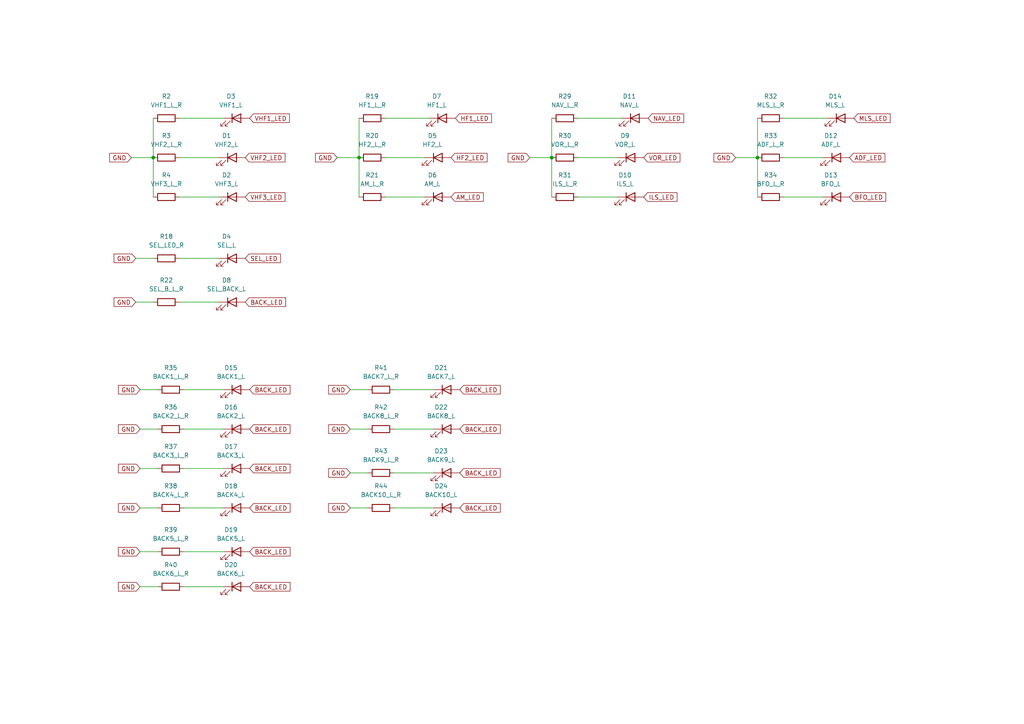
<source format=kicad_sch>
(kicad_sch (version 20231120) (generator "eeschema") (generator_version "8.0")
  (paper "A4")
  (lib_symbols
    (symbol "Device:LED" (pin_numbers hide) (pin_names (offset 1.016) hide)
      (property "Reference" "D" (at 0 2.54 0))
      (property "Value" "LED" (at 0 -2.54 0))
      (symbol "LED_0_1"
        (polyline (pts (xy -1.27 -1.27) (xy -1.27 1.27)) (stroke (width 0.254)))
        (polyline (pts (xy -1.27 0) (xy 1.27 0)))
        (polyline (pts (xy 1.27 -1.27) (xy 1.27 1.27) (xy -1.27 0) (xy 1.27 -1.27)) (stroke (width 0.254)))
        (polyline (pts (xy -3.048 -0.762) (xy -4.572 -2.286) (xy -3.81 -2.286) (xy -4.572 -2.286) (xy -4.572 -1.524)))
        (polyline (pts (xy -1.778 -0.762) (xy -3.302 -2.286) (xy -2.54 -2.286) (xy -3.302 -2.286) (xy -3.302 -1.524)))
      )
      (symbol "LED_1_1"
        (pin passive line (at -3.81 0 0) (length 2.54) (name "K") (number "1"))
        (pin passive line (at 3.81 0 180) (length 2.54) (name "A") (number "2"))
      )
    )
    (symbol "Device:R" (pin_numbers hide) (pin_names (offset 0))
      (property "Reference" "R" (at 2.032 0 90))
      (property "Value" "R" (at 0 0 90))
      (symbol "R_0_1"
        (rectangle (start -1.016 -2.54) (end 1.016 2.54) (stroke (width 0.254)))
      )
      (symbol "R_1_1"
        (pin passive line (at 0 3.81 270) (length 1.27) (name "~") (number "1"))
        (pin passive line (at 0 -3.81 90) (length 1.27) (name "~") (number "2"))
      )
    )
  )
  (junction (at 104.14 45.72))
  (junction (at 44.45 45.72))
  (junction (at 219.71 45.72))
  (junction (at 160.02 45.72))
  (wire (pts (xy 213.36 45.72) (xy 219.71 45.72)))
  (wire (pts (xy 153.67 45.72) (xy 160.02 45.72)))
  (wire (pts (xy 101.6 113.03) (xy 106.68 113.03)))
  (wire (pts (xy 167.64 45.72) (xy 179.07 45.72)))
  (wire (pts (xy 160.02 45.72) (xy 160.02 57.15)))
  (wire (pts (xy 111.76 45.72) (xy 123.19 45.72)))
  (wire (pts (xy 52.07 45.72) (xy 63.5 45.72)))
  (wire (pts (xy 104.14 34.29) (xy 104.14 45.72)))
  (wire (pts (xy 44.45 34.29) (xy 44.45 45.72)))
  (wire (pts (xy 53.34 135.89) (xy 64.77 135.89)))
  (wire (pts (xy 52.07 87.63) (xy 63.5 87.63)))
  (wire (pts (xy 40.64 135.89) (xy 45.72 135.89)))
  (wire (pts (xy 111.76 57.15) (xy 123.19 57.15)))
  (wire (pts (xy 53.34 124.46) (xy 64.77 124.46)))
  (wire (pts (xy 40.64 124.46) (xy 45.72 124.46)))
  (wire (pts (xy 38.1 45.72) (xy 44.45 45.72)))
  (wire (pts (xy 227.33 57.15) (xy 238.76 57.15)))
  (wire (pts (xy 114.3 113.03) (xy 125.73 113.03)))
  (wire (pts (xy 219.71 45.72) (xy 219.71 57.15)))
  (wire (pts (xy 227.33 34.29) (xy 240.03 34.29)))
  (wire (pts (xy 52.07 57.15) (xy 63.5 57.15)))
  (wire (pts (xy 227.33 45.72) (xy 238.76 45.72)))
  (wire (pts (xy 167.64 34.29) (xy 180.34 34.29)))
  (wire (pts (xy 40.64 113.03) (xy 45.72 113.03)))
  (wire (pts (xy 101.6 147.32) (xy 106.68 147.32)))
  (wire (pts (xy 53.34 113.03) (xy 64.77 113.03)))
  (wire (pts (xy 101.6 124.46) (xy 106.68 124.46)))
  (wire (pts (xy 114.3 124.46) (xy 125.73 124.46)))
  (wire (pts (xy 53.34 170.18) (xy 64.77 170.18)))
  (wire (pts (xy 219.71 34.29) (xy 219.71 45.72)))
  (wire (pts (xy 40.64 170.18) (xy 45.72 170.18)))
  (wire (pts (xy 53.34 147.32) (xy 64.77 147.32)))
  (wire (pts (xy 40.64 160.02) (xy 45.72 160.02)))
  (wire (pts (xy 111.76 34.29) (xy 124.46 34.29)))
  (wire (pts (xy 101.6 137.16) (xy 106.68 137.16)))
  (wire (pts (xy 104.14 45.72) (xy 104.14 57.15)))
  (wire (pts (xy 97.79 45.72) (xy 104.14 45.72)))
  (wire (pts (xy 114.3 147.32) (xy 125.73 147.32)))
  (wire (pts (xy 40.64 147.32) (xy 45.72 147.32)))
  (wire (pts (xy 39.37 87.63) (xy 44.45 87.63)))
  (wire (pts (xy 52.07 34.29) (xy 64.77 34.29)))
  (wire (pts (xy 44.45 45.72) (xy 44.45 57.15)))
  (wire (pts (xy 52.07 74.93) (xy 63.5 74.93)))
  (wire (pts (xy 167.64 57.15) (xy 179.07 57.15)))
  (wire (pts (xy 114.3 137.16) (xy 125.73 137.16)))
  (wire (pts (xy 53.34 160.02) (xy 64.77 160.02)))
  (wire (pts (xy 160.02 34.29) (xy 160.02 45.72)))
  (wire (pts (xy 39.37 74.93) (xy 44.45 74.93)))
  (global_label "GND" (shape input) (at 40.64 135.89 180) (property "Intersheetrefs" "${INTERSHEET_REFS}" (effects (hide yes))))
  (global_label "BFO_LED" (shape input) (at 246.38 57.15 0) (property "Intersheetrefs" "${INTERSHEET_REFS}" (effects (hide yes))))
  (global_label "GND" (shape input) (at 97.79 45.72 180) (property "Intersheetrefs" "${INTERSHEET_REFS}" (effects (hide yes))))
  (global_label "GND" (shape input) (at 40.64 147.32 180) (property "Intersheetrefs" "${INTERSHEET_REFS}" (effects (hide yes))))
  (global_label "BACK_LED" (shape input) (at 133.35 113.03 0) (property "Intersheetrefs" "${INTERSHEET_REFS}" (effects (hide yes))))
  (global_label "VOR_LED" (shape input) (at 186.69 45.72 0) (property "Intersheetrefs" "${INTERSHEET_REFS}" (effects (hide yes))))
  (global_label "BACK_LED" (shape input) (at 133.35 124.46 0) (property "Intersheetrefs" "${INTERSHEET_REFS}" (effects (hide yes))))
  (global_label "GND" (shape input) (at 213.36 45.72 180) (property "Intersheetrefs" "${INTERSHEET_REFS}" (effects (hide yes))))
  (global_label "BACK_LED" (shape input) (at 72.39 135.89 0) (property "Intersheetrefs" "${INTERSHEET_REFS}" (effects (hide yes))))
  (global_label "ILS_LED" (shape input) (at 186.69 57.15 0) (property "Intersheetrefs" "${INTERSHEET_REFS}" (effects (hide yes))))
  (global_label "ADF_LED" (shape input) (at 246.38 45.72 0) (property "Intersheetrefs" "${INTERSHEET_REFS}" (effects (hide yes))))
  (global_label "GND" (shape input) (at 38.1 45.72 180) (property "Intersheetrefs" "${INTERSHEET_REFS}" (effects (hide yes))))
  (global_label "SEL_LED" (shape input) (at 71.12 74.93 0) (property "Intersheetrefs" "${INTERSHEET_REFS}" (effects (hide yes))))
  (global_label "NAV_LED" (shape input) (at 187.96 34.29 0) (property "Intersheetrefs" "${INTERSHEET_REFS}" (effects (hide yes))))
  (global_label "AM_LED" (shape input) (at 130.81 57.15 0) (property "Intersheetrefs" "${INTERSHEET_REFS}" (effects (hide yes))))
  (global_label "HF2_LED" (shape input) (at 130.81 45.72 0) (property "Intersheetrefs" "${INTERSHEET_REFS}" (effects (hide yes))))
  (global_label "GND" (shape input) (at 39.37 74.93 180) (property "Intersheetrefs" "${INTERSHEET_REFS}" (effects (hide yes))))
  (global_label "GND" (shape input) (at 40.64 170.18 180) (property "Intersheetrefs" "${INTERSHEET_REFS}" (effects (hide yes))))
  (global_label "BACK_LED" (shape input) (at 72.39 160.02 0) (property "Intersheetrefs" "${INTERSHEET_REFS}" (effects (hide yes))))
  (global_label "HF1_LED" (shape input) (at 132.08 34.29 0) (property "Intersheetrefs" "${INTERSHEET_REFS}" (effects (hide yes))))
  (global_label "GND" (shape input) (at 101.6 147.32 180) (property "Intersheetrefs" "${INTERSHEET_REFS}" (effects (hide yes))))
  (global_label "GND" (shape input) (at 40.64 124.46 180) (property "Intersheetrefs" "${INTERSHEET_REFS}" (effects (hide yes))))
  (global_label "BACK_LED" (shape input) (at 133.35 137.16 0) (property "Intersheetrefs" "${INTERSHEET_REFS}" (effects (hide yes))))
  (global_label "MLS_LED" (shape input) (at 247.65 34.29 0) (property "Intersheetrefs" "${INTERSHEET_REFS}" (effects (hide yes))))
  (global_label "GND" (shape input) (at 40.64 160.02 180) (property "Intersheetrefs" "${INTERSHEET_REFS}" (effects (hide yes))))
  (global_label "VHF3_LED" (shape input) (at 71.12 57.15 0) (property "Intersheetrefs" "${INTERSHEET_REFS}" (effects (hide yes))))
  (global_label "GND" (shape input) (at 101.6 137.16 180) (property "Intersheetrefs" "${INTERSHEET_REFS}" (effects (hide yes))))
  (global_label "GND" (shape input) (at 40.64 113.03 180) (property "Intersheetrefs" "${INTERSHEET_REFS}" (effects (hide yes))))
  (global_label "BACK_LED" (shape input) (at 72.39 170.18 0) (property "Intersheetrefs" "${INTERSHEET_REFS}" (effects (hide yes))))
  (global_label "BACK_LED" (shape input) (at 71.12 87.63 0) (property "Intersheetrefs" "${INTERSHEET_REFS}" (effects (hide yes))))
  (global_label "GND" (shape input) (at 39.37 87.63 180) (property "Intersheetrefs" "${INTERSHEET_REFS}" (effects (hide yes))))
  (global_label "BACK_LED" (shape input) (at 72.39 113.03 0) (property "Intersheetrefs" "${INTERSHEET_REFS}" (effects (hide yes))))
  (global_label "GND" (shape input) (at 101.6 124.46 180) (property "Intersheetrefs" "${INTERSHEET_REFS}" (effects (hide yes))))
  (global_label "BACK_LED" (shape input) (at 133.35 147.32 0) (property "Intersheetrefs" "${INTERSHEET_REFS}" (effects (hide yes))))
  (global_label "GND" (shape input) (at 153.67 45.72 180) (property "Intersheetrefs" "${INTERSHEET_REFS}" (effects (hide yes))))
  (global_label "VHF2_LED" (shape input) (at 71.12 45.72 0) (property "Intersheetrefs" "${INTERSHEET_REFS}" (effects (hide yes))))
  (global_label "BACK_LED" (shape input) (at 72.39 124.46 0) (property "Intersheetrefs" "${INTERSHEET_REFS}" (effects (hide yes))))
  (global_label "VHF1_LED" (shape input) (at 72.39 34.29 0) (property "Intersheetrefs" "${INTERSHEET_REFS}" (effects (hide yes))))
  (global_label "BACK_LED" (shape input) (at 72.39 147.32 0) (property "Intersheetrefs" "${INTERSHEET_REFS}" (effects (hide yes))))
  (global_label "GND" (shape input) (at 101.6 113.03 180) (property "Intersheetrefs" "${INTERSHEET_REFS}" (effects (hide yes))))
  (symbol (lib_id "Device:R") (at 223.52 45.72 90) (unit 1)
    (property "Reference" "R33" (at 223.52 39.37 90))
    (property "Value" "ADF_L_R" (at 223.52 41.91 90))
    (property "Footprint" "Resistor_SMD:R_1206_3216Metric_Pad1.30x1.75mm_HandSolder" (effects (hide yes)))
    (property "Description" "Resistor" (effects (hide yes)))
  )
  (symbol (lib_id "Device:R") (at 49.53 160.02 90) (unit 1)
    (property "Reference" "R39" (at 49.53 153.67 90))
    (property "Value" "BACK5_L_R" (at 49.53 156.21 90))
    (property "Footprint" "Resistor_SMD:R_1206_3216Metric_Pad1.30x1.75mm_HandSolder" (effects (hide yes)))
    (property "Description" "Resistor" (effects (hide yes)))
  )
  (symbol (lib_id "Device:LED") (at 68.58 160.02 0) (unit 1)
    (property "Reference" "D19" (at 66.9925 153.67 0))
    (property "Value" "BACK5_L" (at 66.9925 156.21 0))
    (property "Footprint" "LED_SMD:LED_1206_3216Metric_Pad1.42x1.75mm_HandSolder" (effects (hide yes)))
    (property "Description" "Light emitting diode" (effects (hide yes)))
  )
  (symbol (lib_id "Device:LED") (at 129.54 113.03 0) (unit 1)
    (property "Reference" "D21" (at 127.9525 106.68 0))
    (property "Value" "BACK7_L" (at 127.9525 109.22 0))
    (property "Footprint" "LED_SMD:LED_1206_3216Metric_Pad1.42x1.75mm_HandSolder" (effects (hide yes)))
    (property "Description" "Light emitting diode" (effects (hide yes)))
  )
  (symbol (lib_id "Device:R") (at 223.52 57.15 90) (unit 1)
    (property "Reference" "R34" (at 223.52 50.8 90))
    (property "Value" "BFO_L_R" (at 223.52 53.34 90))
    (property "Footprint" "Resistor_SMD:R_1206_3216Metric_Pad1.30x1.75mm_HandSolder" (effects (hide yes)))
    (property "Description" "Resistor" (effects (hide yes)))
  )
  (symbol (lib_id "Device:LED") (at 127 45.72 0) (unit 1)
    (property "Reference" "D5" (at 125.4125 39.37 0))
    (property "Value" "HF2_L" (at 125.4125 41.91 0))
    (property "Footprint" "LED_THT:LED_D3.0mm" (effects (hide yes)))
    (property "Description" "Light emitting diode" (effects (hide yes)))
  )
  (symbol (lib_id "Device:R") (at 110.49 147.32 90) (unit 1)
    (property "Reference" "R44" (at 110.49 140.97 90))
    (property "Value" "BACK10_L_R" (at 110.49 143.51 90))
    (property "Footprint" "Resistor_SMD:R_1206_3216Metric_Pad1.30x1.75mm_HandSolder" (effects (hide yes)))
    (property "Description" "Resistor" (effects (hide yes)))
  )
  (symbol (lib_id "Device:LED") (at 67.31 87.63 0) (unit 1)
    (property "Reference" "D8" (at 65.7225 81.28 0))
    (property "Value" "SEL_BACK_L" (at 65.7225 83.82 0))
    (property "Footprint" "LED_SMD:LED_1206_3216Metric_Pad1.42x1.75mm_HandSolder" (effects (hide yes)))
    (property "Description" "Light emitting diode" (effects (hide yes)))
  )
  (symbol (lib_id "Device:R") (at 223.52 34.29 90) (unit 1)
    (property "Reference" "R32" (at 223.52 27.94 90))
    (property "Value" "MLS_L_R" (at 223.52 30.48 90))
    (property "Footprint" "Resistor_SMD:R_1206_3216Metric_Pad1.30x1.75mm_HandSolder" (effects (hide yes)))
    (property "Description" "Resistor" (effects (hide yes)))
  )
  (symbol (lib_id "Device:R") (at 49.53 135.89 90) (unit 1)
    (property "Reference" "R37" (at 49.53 129.54 90))
    (property "Value" "BACK3_L_R" (at 49.53 132.08 90))
    (property "Footprint" "Resistor_SMD:R_1206_3216Metric_Pad1.30x1.75mm_HandSolder" (effects (hide yes)))
    (property "Description" "Resistor" (effects (hide yes)))
  )
  (symbol (lib_id "Device:LED") (at 68.58 147.32 0) (unit 1)
    (property "Reference" "D18" (at 66.9925 140.97 0))
    (property "Value" "BACK4_L" (at 66.9925 143.51 0))
    (property "Footprint" "LED_SMD:LED_1206_3216Metric_Pad1.42x1.75mm_HandSolder" (effects (hide yes)))
    (property "Description" "Light emitting diode" (effects (hide yes)))
  )
  (symbol (lib_id "Device:R") (at 107.95 57.15 90) (unit 1)
    (property "Reference" "R21" (at 107.95 50.8 90))
    (property "Value" "AM_L_R" (at 107.95 53.34 90))
    (property "Footprint" "Resistor_SMD:R_1206_3216Metric_Pad1.30x1.75mm_HandSolder" (effects (hide yes)))
    (property "Description" "Resistor" (effects (hide yes)))
  )
  (symbol (lib_id "Device:LED") (at 129.54 147.32 0) (unit 1)
    (property "Reference" "D24" (at 127.9525 140.97 0))
    (property "Value" "BACK10_L" (at 127.9525 143.51 0))
    (property "Footprint" "LED_SMD:LED_1206_3216Metric_Pad1.42x1.75mm_HandSolder" (effects (hide yes)))
    (property "Description" "Light emitting diode" (effects (hide yes)))
  )
  (symbol (lib_id "Device:R") (at 110.49 113.03 90) (unit 1)
    (property "Reference" "R41" (at 110.49 106.68 90))
    (property "Value" "BACK7_L_R" (at 110.49 109.22 90))
    (property "Footprint" "Resistor_SMD:R_1206_3216Metric_Pad1.30x1.75mm_HandSolder" (effects (hide yes)))
    (property "Description" "Resistor" (effects (hide yes)))
  )
  (symbol (lib_id "Device:R") (at 49.53 147.32 90) (unit 1)
    (property "Reference" "R38" (at 49.53 140.97 90))
    (property "Value" "BACK4_L_R" (at 49.53 143.51 90))
    (property "Footprint" "Resistor_SMD:R_1206_3216Metric_Pad1.30x1.75mm_HandSolder" (effects (hide yes)))
    (property "Description" "Resistor" (effects (hide yes)))
  )
  (symbol (lib_id "Device:R") (at 107.95 34.29 90) (unit 1)
    (property "Reference" "R19" (at 107.95 27.94 90))
    (property "Value" "HF1_L_R" (at 107.95 30.48 90))
    (property "Footprint" "Resistor_SMD:R_1206_3216Metric_Pad1.30x1.75mm_HandSolder" (effects (hide yes)))
    (property "Description" "Resistor" (effects (hide yes)))
  )
  (symbol (lib_id "Device:LED") (at 67.31 57.15 0) (unit 1)
    (property "Reference" "D2" (at 65.7225 50.8 0))
    (property "Value" "VHF3_L" (at 65.7225 53.34 0))
    (property "Footprint" "LED_THT:LED_D3.0mm" (effects (hide yes)))
    (property "Description" "Light emitting diode" (effects (hide yes)))
  )
  (symbol (lib_id "Device:LED") (at 68.58 113.03 0) (unit 1)
    (property "Reference" "D15" (at 66.9925 106.68 0))
    (property "Value" "BACK1_L" (at 66.9925 109.22 0))
    (property "Footprint" "LED_SMD:LED_1206_3216Metric_Pad1.42x1.75mm_HandSolder" (effects (hide yes)))
    (property "Description" "Light emitting diode" (effects (hide yes)))
  )
  (symbol (lib_id "Device:LED") (at 242.57 57.15 0) (unit 1)
    (property "Reference" "D13" (at 240.9825 50.8 0))
    (property "Value" "BFO_L" (at 240.9825 53.34 0))
    (property "Footprint" "LED_THT:LED_D3.0mm" (effects (hide yes)))
    (property "Description" "Light emitting diode" (effects (hide yes)))
  )
  (symbol (lib_id "Device:R") (at 49.53 124.46 90) (unit 1)
    (property "Reference" "R36" (at 49.53 118.11 90))
    (property "Value" "BACK2_L_R" (at 49.53 120.65 90))
    (property "Footprint" "Resistor_SMD:R_1206_3216Metric_Pad1.30x1.75mm_HandSolder" (effects (hide yes)))
    (property "Description" "Resistor" (effects (hide yes)))
  )
  (symbol (lib_id "Device:R") (at 163.83 45.72 90) (unit 1)
    (property "Reference" "R30" (at 163.83 39.37 90))
    (property "Value" "VOR_L_R" (at 163.83 41.91 90))
    (property "Footprint" "Resistor_SMD:R_1206_3216Metric_Pad1.30x1.75mm_HandSolder" (effects (hide yes)))
    (property "Description" "Resistor" (effects (hide yes)))
  )
  (symbol (lib_id "Device:R") (at 163.83 34.29 90) (unit 1)
    (property "Reference" "R29" (at 163.83 27.94 90))
    (property "Value" "NAV_L_R" (at 163.83 30.48 90))
    (property "Footprint" "Resistor_SMD:R_1206_3216Metric_Pad1.30x1.75mm_HandSolder" (effects (hide yes)))
    (property "Description" "Resistor" (effects (hide yes)))
  )
  (symbol (lib_id "Device:LED") (at 68.58 135.89 0) (unit 1)
    (property "Reference" "D17" (at 66.9925 129.54 0))
    (property "Value" "BACK3_L" (at 66.9925 132.08 0))
    (property "Footprint" "LED_SMD:LED_1206_3216Metric_Pad1.42x1.75mm_HandSolder" (effects (hide yes)))
    (property "Description" "Light emitting diode" (effects (hide yes)))
  )
  (symbol (lib_id "Device:LED") (at 182.88 57.15 0) (unit 1)
    (property "Reference" "D10" (at 181.2925 50.8 0))
    (property "Value" "ILS_L" (at 181.2925 53.34 0))
    (property "Footprint" "LED_THT:LED_D3.0mm" (effects (hide yes)))
    (property "Description" "Light emitting diode" (effects (hide yes)))
  )
  (symbol (lib_id "Device:R") (at 163.83 57.15 90) (unit 1)
    (property "Reference" "R31" (at 163.83 50.8 90))
    (property "Value" "ILS_L_R" (at 163.83 53.34 90))
    (property "Footprint" "Resistor_SMD:R_1206_3216Metric_Pad1.30x1.75mm_HandSolder" (effects (hide yes)))
    (property "Description" "Resistor" (effects (hide yes)))
  )
  (symbol (lib_id "Device:R") (at 48.26 74.93 90) (unit 1)
    (property "Reference" "R18" (at 48.26 68.58 90))
    (property "Value" "SEL_LED_R" (at 48.26 71.12 90))
    (property "Footprint" "Resistor_SMD:R_1206_3216Metric_Pad1.30x1.75mm_HandSolder" (effects (hide yes)))
    (property "Description" "Resistor" (effects (hide yes)))
  )
  (symbol (lib_id "Device:LED") (at 68.58 170.18 0) (unit 1)
    (property "Reference" "D20" (at 66.9925 163.83 0))
    (property "Value" "BACK6_L" (at 66.9925 166.37 0))
    (property "Footprint" "LED_SMD:LED_1206_3216Metric_Pad1.42x1.75mm_HandSolder" (effects (hide yes)))
    (property "Description" "Light emitting diode" (effects (hide yes)))
  )
  (symbol (lib_id "Device:LED") (at 128.27 34.29 0) (unit 1)
    (property "Reference" "D7" (at 126.6825 27.94 0))
    (property "Value" "HF1_L" (at 126.6825 30.48 0))
    (property "Footprint" "LED_THT:LED_D3.0mm" (effects (hide yes)))
    (property "Description" "Light emitting diode" (effects (hide yes)))
  )
  (symbol (lib_id "Device:LED") (at 67.31 74.93 0) (unit 1)
    (property "Reference" "D4" (at 65.7225 68.58 0))
    (property "Value" "SEL_L" (at 65.7225 71.12 0))
    (property "Footprint" "LED_SMD:LED_1206_3216Metric_Pad1.42x1.75mm_HandSolder" (effects (hide yes)))
    (property "Description" "Light emitting diode" (effects (hide yes)))
  )
  (symbol (lib_id "Device:LED") (at 243.84 34.29 0) (unit 1)
    (property "Reference" "D14" (at 242.2525 27.94 0))
    (property "Value" "MLS_L" (at 242.2525 30.48 0))
    (property "Footprint" "LED_THT:LED_D3.0mm" (effects (hide yes)))
    (property "Description" "Light emitting diode" (effects (hide yes)))
  )
  (symbol (lib_id "Device:LED") (at 127 57.15 0) (unit 1)
    (property "Reference" "D6" (at 125.4125 50.8 0))
    (property "Value" "AM_L" (at 125.4125 53.34 0))
    (property "Footprint" "LED_THT:LED_D3.0mm" (effects (hide yes)))
    (property "Description" "Light emitting diode" (effects (hide yes)))
  )
  (symbol (lib_id "Device:R") (at 48.26 45.72 90) (unit 1)
    (property "Reference" "R3" (at 48.26 39.37 90))
    (property "Value" "VHF2_L_R" (at 48.26 41.91 90))
    (property "Footprint" "Resistor_SMD:R_1206_3216Metric_Pad1.30x1.75mm_HandSolder" (effects (hide yes)))
    (property "Description" "Resistor" (effects (hide yes)))
  )
  (symbol (lib_id "Device:LED") (at 67.31 45.72 0) (unit 1)
    (property "Reference" "D1" (at 65.7225 39.37 0))
    (property "Value" "VHF2_L" (at 65.7225 41.91 0))
    (property "Footprint" "LED_THT:LED_D3.0mm" (effects (hide yes)))
    (property "Description" "Light emitting diode" (effects (hide yes)))
  )
  (symbol (lib_id "Device:R") (at 49.53 170.18 90) (unit 1)
    (property "Reference" "R40" (at 49.53 163.83 90))
    (property "Value" "BACK6_L_R" (at 49.53 166.37 90))
    (property "Footprint" "Resistor_SMD:R_1206_3216Metric_Pad1.30x1.75mm_HandSolder" (effects (hide yes)))
    (property "Description" "Resistor" (effects (hide yes)))
  )
  (symbol (lib_id "Device:LED") (at 184.15 34.29 0) (unit 1)
    (property "Reference" "D11" (at 182.5625 27.94 0))
    (property "Value" "NAV_L" (at 182.5625 30.48 0))
    (property "Footprint" "LED_THT:LED_D3.0mm" (effects (hide yes)))
    (property "Description" "Light emitting diode" (effects (hide yes)))
  )
  (symbol (lib_id "Device:R") (at 110.49 137.16 90) (unit 1)
    (property "Reference" "R43" (at 110.49 130.81 90))
    (property "Value" "BACK9_L_R" (at 110.49 133.35 90))
    (property "Footprint" "Resistor_SMD:R_1206_3216Metric_Pad1.30x1.75mm_HandSolder" (effects (hide yes)))
    (property "Description" "Resistor" (effects (hide yes)))
  )
  (symbol (lib_id "Device:R") (at 49.53 113.03 90) (unit 1)
    (property "Reference" "R35" (at 49.53 106.68 90))
    (property "Value" "BACK1_L_R" (at 49.53 109.22 90))
    (property "Footprint" "Resistor_SMD:R_1206_3216Metric_Pad1.30x1.75mm_HandSolder" (effects (hide yes)))
    (property "Description" "Resistor" (effects (hide yes)))
  )
  (symbol (lib_id "Device:LED") (at 242.57 45.72 0) (unit 1)
    (property "Reference" "D12" (at 240.9825 39.37 0))
    (property "Value" "ADF_L" (at 240.9825 41.91 0))
    (property "Footprint" "LED_THT:LED_D3.0mm" (effects (hide yes)))
    (property "Description" "Light emitting diode" (effects (hide yes)))
  )
  (symbol (lib_id "Device:LED") (at 68.58 34.29 0) (unit 1)
    (property "Reference" "D3" (at 66.9925 27.94 0))
    (property "Value" "VHF1_L" (at 66.9925 30.48 0))
    (property "Footprint" "LED_THT:LED_D3.0mm" (effects (hide yes)))
    (property "Description" "Light emitting diode" (effects (hide yes)))
  )
  (symbol (lib_id "Device:LED") (at 68.58 124.46 0) (unit 1)
    (property "Reference" "D16" (at 66.9925 118.11 0))
    (property "Value" "BACK2_L" (at 66.9925 120.65 0))
    (property "Footprint" "LED_SMD:LED_1206_3216Metric_Pad1.42x1.75mm_HandSolder" (effects (hide yes)))
    (property "Description" "Light emitting diode" (effects (hide yes)))
  )
  (symbol (lib_id "Device:R") (at 110.49 124.46 90) (unit 1)
    (property "Reference" "R42" (at 110.49 118.11 90))
    (property "Value" "BACK8_L_R" (at 110.49 120.65 90))
    (property "Footprint" "Resistor_SMD:R_1206_3216Metric_Pad1.30x1.75mm_HandSolder" (effects (hide yes)))
    (property "Description" "Resistor" (effects (hide yes)))
  )
  (symbol (lib_id "Device:R") (at 48.26 57.15 90) (unit 1)
    (property "Reference" "R4" (at 48.26 50.8 90))
    (property "Value" "VHF3_L_R" (at 48.26 53.34 90))
    (property "Footprint" "Resistor_SMD:R_1206_3216Metric_Pad1.30x1.75mm_HandSolder" (effects (hide yes)))
    (property "Description" "Resistor" (effects (hide yes)))
  )
  (symbol (lib_id "Device:R") (at 48.26 34.29 90) (unit 1)
    (property "Reference" "R2" (at 48.26 27.94 90))
    (property "Value" "VHF1_L_R" (at 48.26 30.48 90))
    (property "Footprint" "Resistor_SMD:R_1206_3216Metric_Pad1.30x1.75mm_HandSolder" (effects (hide yes)))
    (property "Description" "Resistor" (effects (hide yes)))
  )
  (symbol (lib_id "Device:R") (at 48.26 87.63 90) (unit 1)
    (property "Reference" "R22" (at 48.26 81.28 90))
    (property "Value" "SEL_B_L_R" (at 48.26 83.82 90))
    (property "Footprint" "Resistor_SMD:R_1206_3216Metric_Pad1.30x1.75mm_HandSolder" (effects (hide yes)))
    (property "Description" "Resistor" (effects (hide yes)))
  )
  (symbol (lib_id "Device:LED") (at 129.54 124.46 0) (unit 1)
    (property "Reference" "D22" (at 127.9525 118.11 0))
    (property "Value" "BACK8_L" (at 127.9525 120.65 0))
    (property "Footprint" "LED_SMD:LED_1206_3216Metric_Pad1.42x1.75mm_HandSolder" (effects (hide yes)))
    (property "Description" "Light emitting diode" (effects (hide yes)))
  )
  (symbol (lib_id "Device:R") (at 107.95 45.72 90) (unit 1)
    (property "Reference" "R20" (at 107.95 39.37 90))
    (property "Value" "HF2_L_R" (at 107.95 41.91 90))
    (property "Footprint" "Resistor_SMD:R_1206_3216Metric_Pad1.30x1.75mm_HandSolder" (effects (hide yes)))
    (property "Description" "Resistor" (effects (hide yes)))
  )
  (symbol (lib_id "Device:LED") (at 182.88 45.72 0) (unit 1)
    (property "Reference" "D9" (at 181.2925 39.37 0))
    (property "Value" "VOR_L" (at 181.2925 41.91 0))
    (property "Footprint" "LED_THT:LED_D3.0mm" (effects (hide yes)))
    (property "Description" "Light emitting diode" (effects (hide yes)))
  )
  (symbol (lib_id "Device:LED") (at 129.54 137.16 0) (unit 1)
    (property "Reference" "D23" (at 127.9525 130.81 0))
    (property "Value" "BACK9_L" (at 127.9525 133.35 0))
    (property "Footprint" "LED_SMD:LED_1206_3216Metric_Pad1.42x1.75mm_HandSolder" (effects (hide yes)))
    (property "Description" "Light emitting diode" (effects (hide yes)))
  )
)
</source>
